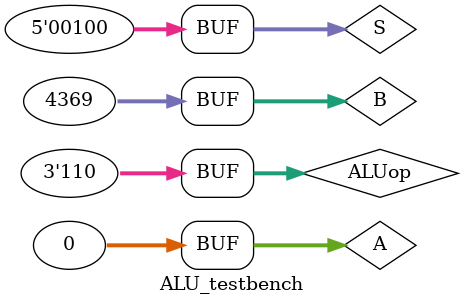
<source format=v>
`timescale 1ns / 1ps


module ALU_testbench;

	// Inputs
	reg [31:0] A;
	reg [31:0] B;
	reg [2:0] ALUop;
	reg [4:0] S;
	// Outputs
	wire [31:0] C;

	// Instantiate the Unit Under Test (UUT)
	ALU uut (
		.A(A), 
		.B(B), 
		.ALUop(ALUop), 
		.C(C),
		.S(S)
	);

	initial begin
		// Initialize Inputs
		A = 0;
		B = 0;
		ALUop = 0;

		// Wait 100 ns for global reset to finish
		#100;
      
		// Add stimulus here
		//¼Ó·¨
		ALUop=3'b110;
		S=5'b00001;
		B=32'hf0000003;
		#10
		S=5'b00000;
		#10
		S=5'b00100;
		#10
		B=32'h00001111;
	end
      
endmodule


</source>
